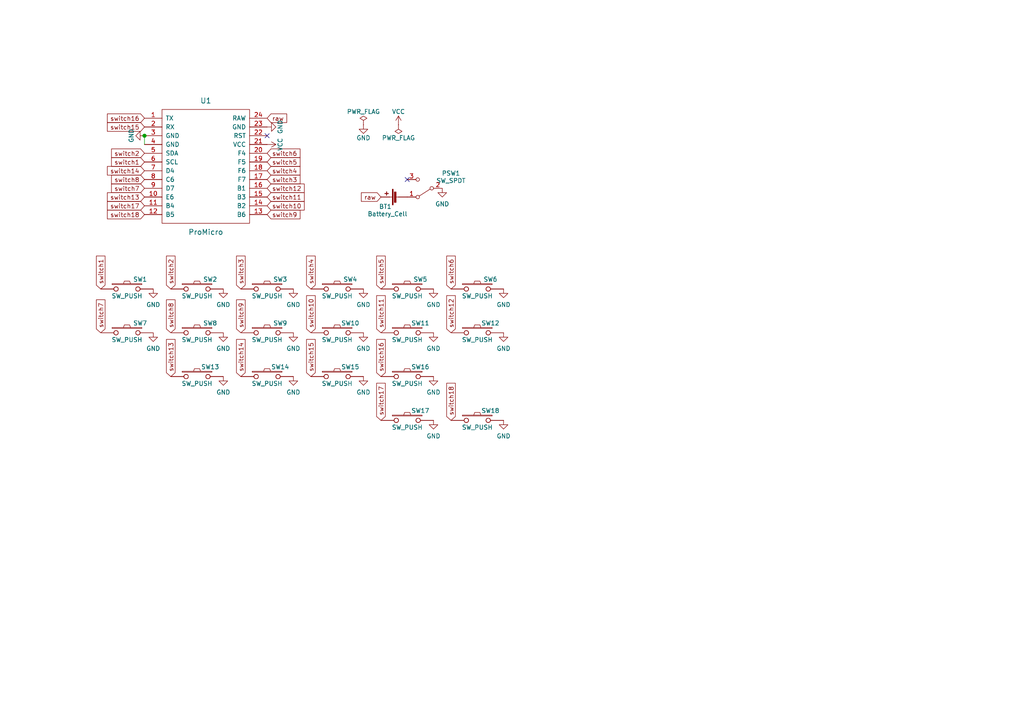
<source format=kicad_sch>
(kicad_sch (version 20210621) (generator eeschema)
  (paper "A4")
  (title_block (title "Beetle") (date "2021-12-01") (rev "0.1") (company "jmnw"))
  (lib_symbols
    (symbol "Device:Battery_Cell" (pin_numbers hide) (pin_names (offset 0) hide)
      (property "Reference" "BT" (at 2.54 2.54 0))
      (property "Value" "Battery_Cell" (at 2.54 0 0))
      (symbol "Battery_Cell_0_1"
        (rectangle (start -2.286 1.778) (end 2.286 1.524) (fill (type outline)))
        (rectangle (start -1.5748 1.1938) (end 1.4732 0.6858) (fill (type outline)))
        (polyline (pts (xy 0 0.762) (xy 0 0)))
        (polyline (pts (xy 0 1.778) (xy 0 2.54)))
        (polyline (pts (xy 0.508 3.429) (xy 1.524 3.429)) (stroke (width 0.254)))
        (polyline (pts (xy 1.016 3.937) (xy 1.016 2.921)) (stroke (width 0.254)))
      )
      (symbol "Battery_Cell_1_1"
        (pin passive line (at 0 5.08 270) (length 2.54) (name "+") (number "1"))
        (pin passive line (at 0 -2.54 90) (length 2.54) (name "-") (number "2"))
      )
    )
    (symbol "Switch:SW_SPDT" (pin_names (offset 0) hide)
      (property "Reference" "SW" (at 0 4.318 0))
      (property "Value" "SW_SPDT" (at 0 -5.08 0))
      (symbol "SW_SPDT_0_0"
        (circle (center -2.032 0) (radius 0.508))
        (circle (center 2.032 -2.54) (radius 0.508))
      )
      (symbol "SW_SPDT_0_1"
        (polyline (pts (xy -1.524 0.254) (xy 1.651 2.286)))
        (circle (center 2.032 2.54) (radius 0.508))
      )
      (symbol "SW_SPDT_1_1"
        (pin passive line (at 5.08 2.54 180) (length 2.54) (name "A") (number "1"))
        (pin passive line (at -5.08 0 0) (length 2.54) (name "B") (number "2"))
        (pin passive line (at 5.08 -2.54 180) (length 2.54) (name "C") (number "3"))
      )
    )
    (symbol "bugs:ProMicro-kbd" (pin_names (offset 1.016))
      (property "Reference" "U" (at 0 24.13 0))
      (property "Value" "ProMicro-kbd" (at 0 -13.97 0))
      (symbol "ProMicro-kbd_0_1"
        (rectangle (start -12.7 21.59) (end 12.7 -11.43))
      )
      (symbol "ProMicro-kbd_1_1"
        (pin bidirectional line (at -17.78 19.05 0) (length 5.08) (name "TX") (number "1"))
        (pin bidirectional line (at -17.78 -3.81 0) (length 5.08) (name "E6") (number "10"))
        (pin bidirectional line (at -17.78 -6.35 0) (length 5.08) (name "B4") (number "11"))
        (pin bidirectional line (at -17.78 -8.89 0) (length 5.08) (name "B5") (number "12"))
        (pin bidirectional line (at 17.78 -8.89 180) (length 5.08) (name "B6") (number "13"))
        (pin bidirectional line (at 17.78 -6.35 180) (length 5.08) (name "B2") (number "14"))
        (pin bidirectional line (at 17.78 -3.81 180) (length 5.08) (name "B3") (number "15"))
        (pin bidirectional line (at 17.78 -1.27 180) (length 5.08) (name "B1") (number "16"))
        (pin bidirectional line (at 17.78 1.27 180) (length 5.08) (name "F7") (number "17"))
        (pin bidirectional line (at 17.78 3.81 180) (length 5.08) (name "F6") (number "18"))
        (pin bidirectional line (at 17.78 6.35 180) (length 5.08) (name "F5") (number "19"))
        (pin bidirectional line (at -17.78 16.51 0) (length 5.08) (name "RX") (number "2"))
        (pin bidirectional line (at 17.78 8.89 180) (length 5.08) (name "F4") (number "20"))
        (pin power_in line (at 17.78 11.43 180) (length 5.08) (name "VCC") (number "21"))
        (pin input line (at 17.78 13.97 180) (length 5.08) (name "RST") (number "22"))
        (pin power_in line (at 17.78 16.51 180) (length 5.08) (name "GND") (number "23"))
        (pin power_out line (at 17.78 19.05 180) (length 5.08) (name "RAW") (number "24"))
        (pin power_in line (at -17.78 13.97 0) (length 5.08) (name "GND") (number "3"))
        (pin power_in line (at -17.78 11.43 0) (length 5.08) (name "GND") (number "4"))
        (pin bidirectional line (at -17.78 8.89 0) (length 5.08) (name "SDA") (number "5"))
        (pin bidirectional line (at -17.78 6.35 0) (length 5.08) (name "SCL") (number "6"))
        (pin bidirectional line (at -17.78 3.81 0) (length 5.08) (name "D4") (number "7"))
        (pin bidirectional line (at -17.78 1.27 0) (length 5.08) (name "C6") (number "8"))
        (pin bidirectional line (at -17.78 -1.27 0) (length 5.08) (name "D7") (number "9"))
      )
    )
    (symbol "bugs:SW_PUSH-kbd" (pin_numbers hide) (pin_names (offset 1.016) hide)
      (property "Reference" "SW" (at 3.81 2.794 0))
      (property "Value" "SW_PUSH-kbd" (at 0 -2.032 0))
      (symbol "SW_PUSH-kbd_0_1"
        (rectangle (start -4.318 1.27) (end 4.318 1.524))
        (polyline (pts (xy -1.016 1.524) (xy -0.762 2.286) (xy 0.762 2.286) (xy 1.016 1.524)))
        (pin passive inverted (at -7.62 0 0) (length 5.08) (name "1") (number "1"))
        (pin passive inverted (at 7.62 0 180) (length 5.08) (name "2") (number "2"))
      )
    )
    (symbol "knott:SW_PUSH-kbd" (pin_numbers hide) (pin_names (offset 1.016) hide)
      (property "Reference" "SW" (at 3.81 2.794 0))
      (property "Value" "SW_PUSH-kbd" (at 0 -2.032 0))
      (symbol "SW_PUSH-kbd_0_1"
        (rectangle (start -4.318 1.27) (end 4.318 1.524))
        (polyline (pts (xy -1.016 1.524) (xy -0.762 2.286) (xy 0.762 2.286) (xy 1.016 1.524)))
        (pin passive inverted (at -7.62 0 0) (length 5.08) (name "1") (number "1"))
        (pin passive inverted (at 7.62 0 180) (length 5.08) (name "2") (number "2"))
      )
    )
    (symbol "power:GND" (power) (pin_names (offset 0))
      (property "Value" "GND" (at 0 -3.81 0))
      (symbol "GND_0_1"
        (polyline (pts (xy 0 0) (xy 0 -1.27) (xy 1.27 -1.27) (xy 0 -2.54) (xy -1.27 -1.27) (xy 0 -1.27)))
      )
      (symbol "GND_1_1"
        (pin power_in line (at 0 0 270) (length 0) hide (name "GND") (number "1"))
      )
    )
    (symbol "power:PWR_FLAG" (power) (pin_numbers hide) (pin_names (offset 0) hide)
      (property "Value" "PWR_FLAG" (at 0 3.81 0))
      (symbol "PWR_FLAG_0_0"
        (pin power_out line (at 0 0 90) (length 0) (name "pwr") (number "1"))
      )
      (symbol "PWR_FLAG_0_1"
        (polyline (pts (xy 0 0) (xy 0 1.27) (xy -1.016 1.905) (xy 0 2.54) (xy 1.016 1.905) (xy 0 1.27)))
      )
    )
    (symbol "power:VCC" (power) (pin_names (offset 0))
      (property "Value" "VCC" (at 0 3.81 0))
      (symbol "VCC_0_1"
        (polyline (pts (xy -0.762 1.27) (xy 0 2.54)))
        (polyline (pts (xy 0 0) (xy 0 2.54)))
        (polyline (pts (xy 0 2.54) (xy 0.762 1.27)))
      )
      (symbol "VCC_1_1"
        (pin power_in line (at 0 0 90) (length 0) hide (name "VCC") (number "1"))
      )
    )
  )
  (junction (at 41.91 39.37) (diameter 1.016))
  (no_connect (at 118.11 52.07))
  (no_connect (at 77.47 39.37))
  (wire (pts (xy 41.91 39.37) (xy 41.91 41.91)))
  (global_label "switch8" (shape input) (at 41.91 52.07 180) (property "Intersheet References" "${INTERSHEET_REFS}" (effects hide)))
  (global_label "switch11" (shape input) (at 110.49 96.52 90) (property "Intersheet References" "${INTERSHEET_REFS}" (effects hide)))
  (global_label "switch16" (shape input) (at 41.91 34.29 180) (property "Intersheet References" "${INTERSHEET_REFS}" (effects hide)))
  (global_label "switch1" (shape input) (at 41.91 46.99 180) (property "Intersheet References" "${INTERSHEET_REFS}" (effects hide)))
  (global_label "switch12" (shape input) (at 77.47 54.61 0) (property "Intersheet References" "${INTERSHEET_REFS}" (effects hide)))
  (global_label "switch11" (shape input) (at 77.47 57.15 0) (property "Intersheet References" "${INTERSHEET_REFS}" (effects hide)))
  (global_label "switch12" (shape input) (at 130.81 96.52 90) (property "Intersheet References" "${INTERSHEET_REFS}" (effects hide)))
  (global_label "switch13" (shape input) (at 49.53 109.22 90) (property "Intersheet References" "${INTERSHEET_REFS}" (effects hide)))
  (global_label "switch7" (shape input) (at 29.21 96.52 90) (property "Intersheet References" "${INTERSHEET_REFS}" (effects hide)))
  (global_label "switch7" (shape input) (at 41.91 54.61 180) (property "Intersheet References" "${INTERSHEET_REFS}" (effects hide)))
  (global_label "raw" (shape input) (at 77.47 34.29 0) (property "Intersheet References" "${INTERSHEET_REFS}" (effects hide)))
  (global_label "switch10" (shape input) (at 77.47 59.69 0) (property "Intersheet References" "${INTERSHEET_REFS}" (effects hide)))
  (global_label "switch13" (shape input) (at 41.91 57.15 180) (property "Intersheet References" "${INTERSHEET_REFS}" (effects hide)))
  (global_label "switch15" (shape input) (at 41.91 36.83 180) (property "Intersheet References" "${INTERSHEET_REFS}" (effects hide)))
  (global_label "switch9" (shape input) (at 69.85 96.52 90) (property "Intersheet References" "${INTERSHEET_REFS}" (effects hide)))
  (global_label "switch14" (shape input) (at 41.91 49.53 180) (property "Intersheet References" "${INTERSHEET_REFS}" (effects hide)))
  (global_label "switch17" (shape input) (at 110.49 121.92 90) (property "Intersheet References" "${INTERSHEET_REFS}" (effects hide)))
  (global_label "switch14" (shape input) (at 69.85 109.22 90) (property "Intersheet References" "${INTERSHEET_REFS}" (effects hide)))
  (global_label "switch15" (shape input) (at 90.17 109.22 90) (property "Intersheet References" "${INTERSHEET_REFS}" (effects hide)))
  (global_label "switch3" (shape input) (at 69.85 83.82 90) (property "Intersheet References" "${INTERSHEET_REFS}" (effects hide)))
  (global_label "switch18" (shape input) (at 41.91 62.23 180) (property "Intersheet References" "${INTERSHEET_REFS}" (effects hide)))
  (global_label "raw" (shape input) (at 110.49 57.15 180) (property "Intersheet References" "${INTERSHEET_REFS}" (effects hide)))
  (global_label "switch2" (shape input) (at 49.53 83.82 90) (property "Intersheet References" "${INTERSHEET_REFS}" (effects hide)))
  (global_label "switch3" (shape input) (at 77.47 52.07 0) (property "Intersheet References" "${INTERSHEET_REFS}" (effects hide)))
  (global_label "switch1" (shape input) (at 29.21 83.82 90) (property "Intersheet References" "${INTERSHEET_REFS}" (effects hide)))
  (global_label "switch8" (shape input) (at 49.53 96.52 90) (property "Intersheet References" "${INTERSHEET_REFS}" (effects hide)))
  (global_label "switch5" (shape input) (at 110.49 83.82 90) (property "Intersheet References" "${INTERSHEET_REFS}" (effects hide)))
  (global_label "switch9" (shape input) (at 77.47 62.23 0) (property "Intersheet References" "${INTERSHEET_REFS}" (effects hide)))
  (global_label "switch4" (shape input) (at 77.47 49.53 0) (property "Intersheet References" "${INTERSHEET_REFS}" (effects hide)))
  (global_label "switch18" (shape input) (at 130.81 121.92 90) (property "Intersheet References" "${INTERSHEET_REFS}" (effects hide)))
  (global_label "switch6" (shape input) (at 130.81 83.82 90) (property "Intersheet References" "${INTERSHEET_REFS}" (effects hide)))
  (global_label "switch5" (shape input) (at 77.47 46.99 0) (property "Intersheet References" "${INTERSHEET_REFS}" (effects hide)))
  (global_label "switch17" (shape input) (at 41.91 59.69 180) (property "Intersheet References" "${INTERSHEET_REFS}" (effects hide)))
  (global_label "switch6" (shape input) (at 77.47 44.45 0) (property "Intersheet References" "${INTERSHEET_REFS}" (effects hide)))
  (global_label "switch4" (shape input) (at 90.17 83.82 90) (property "Intersheet References" "${INTERSHEET_REFS}" (effects hide)))
  (global_label "switch10" (shape input) (at 90.17 96.52 90) (property "Intersheet References" "${INTERSHEET_REFS}" (effects hide)))
  (global_label "switch16" (shape input) (at 110.49 109.22 90) (property "Intersheet References" "${INTERSHEET_REFS}" (effects hide)))
  (global_label "switch2" (shape input) (at 41.91 44.45 180) (property "Intersheet References" "${INTERSHEET_REFS}" (effects hide)))
  (symbol (lib_id "bugs:ProMicro-kbd") (at 59.69 53.34 0) (unit 1)
    (property "Reference" "U1" (at 59.69 29.21 0) (effects (font (size 1.524 1.524))))
    (property "Value" "ProMicro" (at 59.69 67.31 0) (effects (font (size 1.524 1.524))))
    (property "Footprint" "bugs:ProMicro_jumpers" (effects hide))
  )
  (symbol (lib_id "bugs:SW_PUSH-kbd") (at 57.15 109.22 0) (unit 1)
    (property "Reference" "SW13" (at 60.96 106.426 0))
    (property "Value" "SW_PUSH" (at 57.15 111.252 0))
    (property "Footprint" "bugs:Choc_reversible" (effects hide))
  )
  (symbol (lib_id "knott:SW_PUSH-kbd") (at 77.47 83.82 0) (unit 1)
    (property "Reference" "SW3" (at 81.28 81.026 0))
    (property "Value" "SW_PUSH" (at 77.47 85.852 0))
    (property "Footprint" "bugs:Choc_reversible" (effects hide))
  )
  (symbol (lib_id "knott:SW_PUSH-kbd") (at 97.79 83.82 0) (unit 1)
    (property "Reference" "SW4" (at 101.6 81.026 0))
    (property "Value" "SW_PUSH" (at 97.79 85.852 0))
    (property "Footprint" "bugs:Choc_reversible" (effects hide))
  )
  (symbol (lib_id "knott:SW_PUSH-kbd") (at 118.11 83.82 0) (unit 1)
    (property "Reference" "SW5" (at 121.92 81.026 0))
    (property "Value" "SW_PUSH" (at 118.11 85.852 0))
    (property "Footprint" "bugs:Choc_reversible" (effects hide))
  )
  (symbol (lib_id "knott:SW_PUSH-kbd") (at 138.43 83.82 0) (unit 1)
    (property "Reference" "SW6" (at 142.24 81.026 0))
    (property "Value" "SW_PUSH" (at 138.43 85.852 0))
    (property "Footprint" "bugs:Choc_reversible" (effects hide))
  )
  (symbol (lib_id "knott:SW_PUSH-kbd") (at 57.15 96.52 0) (unit 1)
    (property "Reference" "SW8" (at 60.96 93.726 0))
    (property "Value" "SW_PUSH" (at 57.15 98.552 0))
    (property "Footprint" "bugs:Choc_reversible" (effects hide))
  )
  (symbol (lib_id "knott:SW_PUSH-kbd") (at 77.47 96.52 0) (unit 1)
    (property "Reference" "SW9" (at 81.28 93.726 0))
    (property "Value" "SW_PUSH" (at 77.47 98.552 0))
    (property "Footprint" "bugs:Choc_reversible" (effects hide))
  )
  (symbol (lib_id "knott:SW_PUSH-kbd") (at 97.79 96.52 0) (unit 1)
    (property "Reference" "SW10" (at 101.6 93.726 0))
    (property "Value" "SW_PUSH" (at 97.79 98.552 0))
    (property "Footprint" "bugs:Choc_reversible" (effects hide))
  )
  (symbol (lib_id "knott:SW_PUSH-kbd") (at 118.11 96.52 0) (unit 1)
    (property "Reference" "SW11" (at 121.92 93.726 0))
    (property "Value" "SW_PUSH" (at 118.11 98.552 0))
    (property "Footprint" "bugs:Choc_reversible" (effects hide))
  )
  (symbol (lib_id "knott:SW_PUSH-kbd") (at 138.43 96.52 0) (unit 1)
    (property "Reference" "SW12" (at 142.24 93.726 0))
    (property "Value" "SW_PUSH" (at 138.43 98.552 0))
    (property "Footprint" "bugs:Choc_reversible" (effects hide))
  )
  (symbol (lib_id "knott:SW_PUSH-kbd") (at 77.47 109.22 0) (unit 1)
    (property "Reference" "SW14" (at 81.28 106.426 0))
    (property "Value" "SW_PUSH" (at 77.47 111.252 0))
    (property "Footprint" "bugs:Choc_reversible" (effects hide))
  )
  (symbol (lib_id "knott:SW_PUSH-kbd") (at 97.79 109.22 0) (unit 1)
    (property "Reference" "SW15" (at 101.6 106.426 0))
    (property "Value" "SW_PUSH" (at 97.79 111.252 0))
    (property "Footprint" "bugs:Choc_reversible" (effects hide))
  )
  (symbol (lib_id "knott:SW_PUSH-kbd") (at 118.11 109.22 0) (unit 1)
    (property "Reference" "SW16" (at 121.92 106.426 0))
    (property "Value" "SW_PUSH" (at 118.11 111.252 0))
    (property "Footprint" "bugs:Choc_reversible" (effects hide))
  )
  (symbol (lib_id "knott:SW_PUSH-kbd") (at 118.11 121.92 0) (unit 1)
    (property "Reference" "SW17" (at 121.92 119.126 0))
    (property "Value" "SW_PUSH" (at 118.11 123.952 0))
    (property "Footprint" "bugs:Choc_reversible" (effects hide))
  )
  (symbol (lib_id "knott:SW_PUSH-kbd") (at 138.43 121.92 0) (unit 1)
    (property "Reference" "SW18" (at 142.24 119.126 0))
    (property "Value" "SW_PUSH" (at 138.43 123.952 0))
    (property "Footprint" "bugs:Choc_reversible" (effects hide))
  )
  (symbol (lib_id "power:GND") (at 77.47 36.83 90) (unit 1)
    (property "Reference" "#PWR01" (effects hide))
    (property "Value" "GND" (at 81.28 36.83 0))
  )
  (symbol (lib_id "power:VCC") (at 77.47 41.91 270) (unit 1)
    (property "Reference" "#PWR023" (effects hide))
    (property "Value" "VCC" (at 81.28 41.91 0))
  )
  (symbol (lib_id "power:GND") (at 41.91 39.37 270) (unit 1)
    (property "Reference" "#PWR02" (effects hide))
    (property "Value" "GND" (at 38.1 39.37 0))
  )
  (symbol (lib_id "power:GND") (at 105.41 36.195 0) (unit 1)
    (property "Reference" "#PWR03" (effects hide))
    (property "Value" "GND" (at 105.41 40.005 0))
  )
  (symbol (lib_id "power:VCC") (at 115.57 36.195 0) (unit 1)
    (property "Reference" "#PWR04" (effects hide))
    (property "Value" "VCC" (at 115.57 32.385 0))
  )
  (symbol (lib_id "power:PWR_FLAG") (at 115.57 36.195 180) (unit 1)
    (property "Reference" "#FLG05" (effects hide))
    (property "Value" "PWR_FLAG" (at 115.57 40.005 0))
  )
  (symbol (lib_id "power:PWR_FLAG") (at 105.41 36.195 0) (unit 1)
    (property "Reference" "#FLG06" (effects hide))
    (property "Value" "PWR_FLAG" (at 105.41 32.385 0))
  )
  (symbol (lib_id "Switch:SW_SPDT") (at 123.19 54.61 180) (unit 1)
    (property "Reference" "PSW1" (at 130.81 50.2624 0))
    (property "Value" "SW_SPDT" (at 130.81 52.4025 0))
    (property "Footprint" "bugs:Power_reversible" (effects hide))
  )
  (symbol (lib_id "power:GND") (at 125.73 121.92 0) (unit 1)
    (property "Reference" "#PWR021" (effects hide))
    (property "Value" "GND" (at 125.73 126.4826 0))
  )
  (symbol (lib_id "power:GND") (at 85.09 96.52 0) (unit 1)
    (property "Reference" "#PWR013" (effects hide))
    (property "Value" "GND" (at 85.09 101.0826 0))
  )
  (symbol (lib_id "power:GND") (at 146.05 121.92 0) (unit 1)
    (property "Reference" "#PWR022" (effects hide))
    (property "Value" "GND" (at 146.05 126.4826 0))
  )
  (symbol (lib_id "power:GND") (at 125.73 109.22 0) (unit 1)
    (property "Reference" "#PWR020" (effects hide))
    (property "Value" "GND" (at 125.73 113.7826 0))
  )
  (symbol (lib_id "power:GND") (at 44.45 83.82 0) (unit 1)
    (property "Reference" "#PWR05" (effects hide))
    (property "Value" "GND" (at 44.45 88.3826 0))
  )
  (symbol (lib_id "power:GND") (at 105.41 96.52 0) (unit 1)
    (property "Reference" "#PWR014" (effects hide))
    (property "Value" "GND" (at 105.41 101.0826 0))
  )
  (symbol (lib_id "power:GND") (at 64.77 109.22 0) (unit 1)
    (property "Reference" "#PWR017" (effects hide))
    (property "Value" "GND" (at 64.77 113.7826 0))
  )
  (symbol (lib_id "power:GND") (at 105.41 109.22 0) (unit 1)
    (property "Reference" "#PWR019" (effects hide))
    (property "Value" "GND" (at 105.41 113.7826 0))
  )
  (symbol (lib_id "power:GND") (at 128.27 54.61 0) (unit 1)
    (property "Reference" "#PWR0101" (effects hide))
    (property "Value" "GND" (at 128.27 59.1726 0))
  )
  (symbol (lib_id "power:GND") (at 64.77 83.82 0) (unit 1)
    (property "Reference" "#PWR06" (effects hide))
    (property "Value" "GND" (at 64.77 88.3826 0))
  )
  (symbol (lib_id "power:GND") (at 64.77 96.52 0) (unit 1)
    (property "Reference" "#PWR012" (effects hide))
    (property "Value" "GND" (at 64.77 101.0826 0))
  )
  (symbol (lib_id "power:GND") (at 125.73 96.52 0) (unit 1)
    (property "Reference" "#PWR015" (effects hide))
    (property "Value" "GND" (at 125.73 101.0826 0))
  )
  (symbol (lib_id "power:GND") (at 85.09 109.22 0) (unit 1)
    (property "Reference" "#PWR018" (effects hide))
    (property "Value" "GND" (at 85.09 113.7826 0))
  )
  (symbol (lib_id "power:GND") (at 44.45 96.52 0) (unit 1)
    (property "Reference" "#PWR011" (effects hide))
    (property "Value" "GND" (at 44.45 101.0826 0))
  )
  (symbol (lib_id "knott:SW_PUSH-kbd") (at 57.15 83.82 0) (unit 1)
    (property "Reference" "SW2" (at 60.96 81.026 0))
    (property "Value" "SW_PUSH" (at 57.15 85.852 0))
    (property "Footprint" "bugs:Choc_reversible" (effects hide))
  )
  (symbol (lib_id "power:GND") (at 85.09 83.82 0) (unit 1)
    (property "Reference" "#PWR07" (effects hide))
    (property "Value" "GND" (at 85.09 88.3826 0))
  )
  (symbol (lib_id "power:GND") (at 125.73 83.82 0) (unit 1)
    (property "Reference" "#PWR09" (effects hide))
    (property "Value" "GND" (at 125.73 88.3826 0))
  )
  (symbol (lib_id "knott:SW_PUSH-kbd") (at 36.83 96.52 0) (unit 1)
    (property "Reference" "SW7" (at 40.64 93.726 0))
    (property "Value" "SW_PUSH" (at 36.83 98.552 0))
    (property "Footprint" "bugs:Choc_reversible" (effects hide))
  )
  (symbol (lib_id "Device:Battery_Cell") (at 115.57 57.15 90) (unit 1)
    (property "Reference" "BT1" (at 111.76 59.9144 90))
    (property "Value" "Battery_Cell" (at 112.395 62.0545 90))
    (property "Footprint" "bugs:Battery_pads_reversible" (effects hide))
  )
  (symbol (lib_id "power:GND") (at 146.05 83.82 0) (unit 1)
    (property "Reference" "#PWR010" (effects hide))
    (property "Value" "GND" (at 146.05 88.3826 0))
  )
  (symbol (lib_id "power:GND") (at 105.41 83.82 0) (unit 1)
    (property "Reference" "#PWR08" (effects hide))
    (property "Value" "GND" (at 105.41 88.3826 0))
  )
  (symbol (lib_id "knott:SW_PUSH-kbd") (at 36.83 83.82 0) (unit 1)
    (property "Reference" "SW1" (at 40.64 81.026 0))
    (property "Value" "SW_PUSH" (at 36.83 85.852 0))
    (property "Footprint" "bugs:Choc_reversible" (effects hide))
  )
  (symbol (lib_id "power:GND") (at 146.05 96.52 0) (unit 1)
    (property "Reference" "#PWR016" (effects hide))
    (property "Value" "GND" (at 146.05 101.0826 0))
  )
)
</source>
